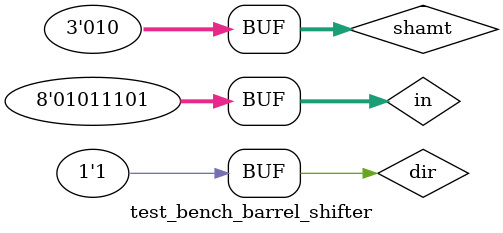
<source format=v>
`timescale 1ns / 1ps


module test_bench_barrel_shifter;

	// Inputs
	reg [7:0] in;
	reg [2:0] shamt;
	reg dir;

	// Outputs
	wire [7:0] out;

	// Instantiate the Unit Under Test (UUT)
	barrel_shifter uut (
		.in(in), 
		.shamt(shamt), 
		.dir(dir), 
		.out(out)
	);

	initial begin
		// Initialize Inputs
		in = 8'b01011101;
		shamt = 2;
		dir = 1;

		// Wait 100 ns for global reset to finish
		#100;
        
		// Add stimulus here

	end
      
endmodule


</source>
